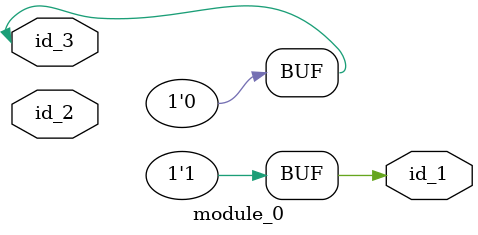
<source format=v>
`timescale 1 ps / 1ps
module module_0 (
    id_1,
    id_2,
    id_3
);
  inout id_3;
  input id_2;
  output id_1;
  assign id_1 = 1;
  assign id_3[1'b0] = 1'b0;
endmodule

</source>
